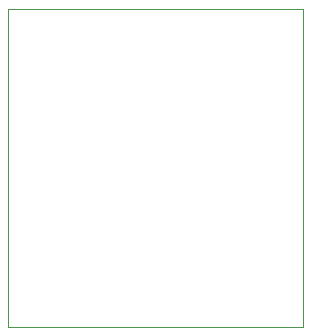
<source format=gm1>
G04 #@! TF.FileFunction,Profile,NP*
%FSLAX46Y46*%
G04 Gerber Fmt 4.6, Leading zero omitted, Abs format (unit mm)*
G04 Created by KiCad (PCBNEW 4.0.4+e1-6308~48~ubuntu16.04.1-stable) date Thu Nov  3 23:15:19 2016*
%MOMM*%
%LPD*%
G01*
G04 APERTURE LIST*
%ADD10C,0.100000*%
G04 APERTURE END LIST*
D10*
X171500000Y-73000000D02*
X171500000Y-46000000D01*
X196500000Y-73000000D02*
X171500000Y-73000000D01*
X196500000Y-46000000D02*
X196500000Y-73000000D01*
X171500000Y-46000000D02*
X196500000Y-46000000D01*
M02*

</source>
